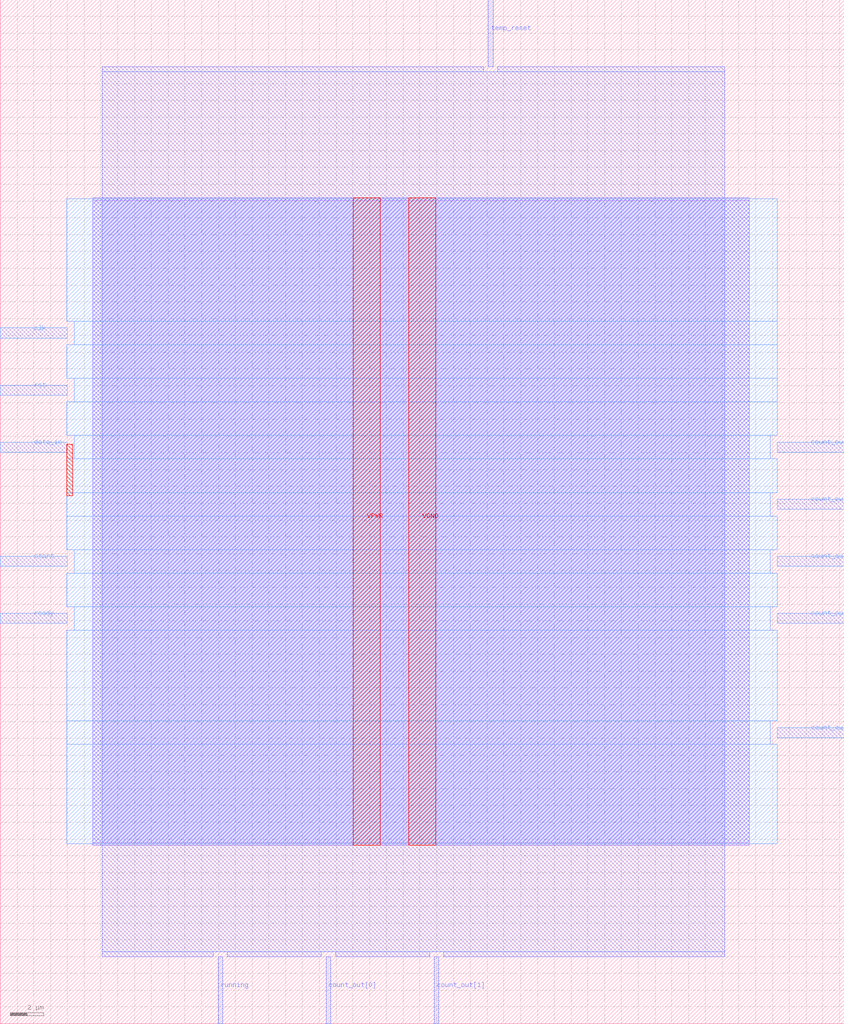
<source format=lef>
VERSION 5.7 ;
  NOWIREEXTENSIONATPIN ON ;
  DIVIDERCHAR "/" ;
  BUSBITCHARS "[]" ;
MACRO top
  CLASS BLOCK ;
  FOREIGN top ;
  ORIGIN 0.000 0.000 ;
  SIZE 50.270 BY 60.990 ;
  PIN VGND
    DIRECTION INOUT ;
    USE GROUND ;
    PORT
      LAYER met4 ;
        RECT 24.340 10.640 25.940 49.200 ;
    END
  END VGND
  PIN VPWR
    DIRECTION INOUT ;
    USE POWER ;
    PORT
      LAYER met4 ;
        RECT 21.040 10.640 22.640 49.200 ;
    END
  END VPWR
  PIN clk
    DIRECTION INPUT ;
    USE SIGNAL ;
    ANTENNAGATEAREA 0.852000 ;
    PORT
      LAYER met3 ;
        RECT 0.000 40.840 4.000 41.440 ;
    END
  END clk
  PIN count_out[0]
    DIRECTION OUTPUT ;
    USE SIGNAL ;
    ANTENNADIFFAREA 0.445500 ;
    PORT
      LAYER met2 ;
        RECT 19.410 0.000 19.690 4.000 ;
    END
  END count_out[0]
  PIN count_out[1]
    DIRECTION OUTPUT ;
    USE SIGNAL ;
    ANTENNADIFFAREA 0.445500 ;
    PORT
      LAYER met2 ;
        RECT 25.850 0.000 26.130 4.000 ;
    END
  END count_out[1]
  PIN count_out[2]
    DIRECTION OUTPUT ;
    USE SIGNAL ;
    ANTENNADIFFAREA 0.445500 ;
    PORT
      LAYER met3 ;
        RECT 46.270 34.040 50.270 34.640 ;
    END
  END count_out[2]
  PIN count_out[3]
    DIRECTION OUTPUT ;
    USE SIGNAL ;
    ANTENNADIFFAREA 0.445500 ;
    PORT
      LAYER met3 ;
        RECT 46.270 30.640 50.270 31.240 ;
    END
  END count_out[3]
  PIN count_out[4]
    DIRECTION OUTPUT ;
    USE SIGNAL ;
    ANTENNADIFFAREA 0.445500 ;
    PORT
      LAYER met3 ;
        RECT 46.270 27.240 50.270 27.840 ;
    END
  END count_out[4]
  PIN count_out[5]
    DIRECTION OUTPUT ;
    USE SIGNAL ;
    ANTENNADIFFAREA 0.445500 ;
    PORT
      LAYER met3 ;
        RECT 46.270 17.040 50.270 17.640 ;
    END
  END count_out[5]
  PIN count_out[6]
    DIRECTION OUTPUT ;
    USE SIGNAL ;
    ANTENNADIFFAREA 0.445500 ;
    PORT
      LAYER met3 ;
        RECT 46.270 23.840 50.270 24.440 ;
    END
  END count_out[6]
  PIN data_in
    DIRECTION INPUT ;
    USE SIGNAL ;
    ANTENNAGATEAREA 0.196500 ;
    PORT
      LAYER met3 ;
        RECT 0.000 34.040 4.000 34.640 ;
    END
  END data_in
  PIN ready
    DIRECTION OUTPUT ;
    USE SIGNAL ;
    ANTENNADIFFAREA 0.445500 ;
    PORT
      LAYER met3 ;
        RECT 0.000 23.840 4.000 24.440 ;
    END
  END ready
  PIN rst
    DIRECTION INPUT ;
    USE SIGNAL ;
    ANTENNAGATEAREA 0.213000 ;
    PORT
      LAYER met3 ;
        RECT 0.000 37.440 4.000 38.040 ;
    END
  END rst
  PIN running
    DIRECTION OUTPUT ;
    USE SIGNAL ;
    ANTENNADIFFAREA 0.445500 ;
    PORT
      LAYER met2 ;
        RECT 12.970 0.000 13.250 4.000 ;
    END
  END running
  PIN start
    DIRECTION INPUT ;
    USE SIGNAL ;
    ANTENNAGATEAREA 0.196500 ;
    PORT
      LAYER met3 ;
        RECT 0.000 27.240 4.000 27.840 ;
    END
  END start
  PIN temp_reset
    DIRECTION OUTPUT ;
    USE SIGNAL ;
    ANTENNADIFFAREA 0.795200 ;
    PORT
      LAYER met2 ;
        RECT 29.070 56.990 29.350 60.990 ;
    END
  END temp_reset
  OBS
      LAYER li1 ;
        RECT 5.520 10.795 44.620 49.045 ;
      LAYER met1 ;
        RECT 5.520 10.640 44.620 49.200 ;
      LAYER met2 ;
        RECT 6.070 56.710 28.790 56.990 ;
        RECT 29.630 56.710 43.140 56.990 ;
        RECT 6.070 4.280 43.140 56.710 ;
        RECT 6.070 4.000 12.690 4.280 ;
        RECT 13.530 4.000 19.130 4.280 ;
        RECT 19.970 4.000 25.570 4.280 ;
        RECT 26.410 4.000 43.140 4.280 ;
      LAYER met3 ;
        RECT 3.950 41.840 46.270 49.125 ;
        RECT 4.400 40.440 46.270 41.840 ;
        RECT 3.950 38.440 46.270 40.440 ;
        RECT 4.400 37.040 46.270 38.440 ;
        RECT 3.950 35.040 46.270 37.040 ;
        RECT 4.400 33.640 45.870 35.040 ;
        RECT 3.950 31.640 46.270 33.640 ;
        RECT 3.950 30.240 45.870 31.640 ;
        RECT 3.950 28.240 46.270 30.240 ;
        RECT 4.400 26.840 45.870 28.240 ;
        RECT 3.950 24.840 46.270 26.840 ;
        RECT 4.400 23.440 45.870 24.840 ;
        RECT 3.950 18.040 46.270 23.440 ;
        RECT 3.950 16.640 45.870 18.040 ;
        RECT 3.950 10.715 46.270 16.640 ;
      LAYER met4 ;
        RECT 3.975 31.455 4.305 34.505 ;
  END
END top
END LIBRARY


</source>
